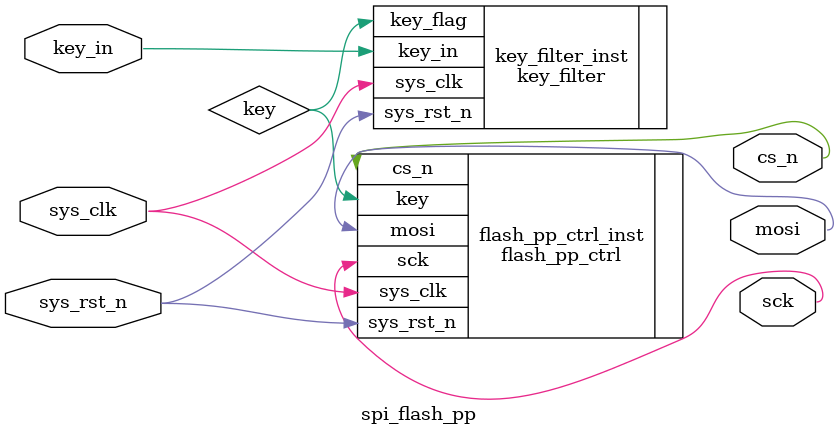
<source format=v>
module spi_flash_pp
(
input wire sys_clk , //系统时钟，频率50MHz
input wire sys_rst_n , //复位信号,低电平有效
input wire key_in , //按键输入信号

output wire cs_n , //片选信号
output wire sck , //串行时钟
output wire mosi //主输出从输入数据
 );

 ////
 //\* Parameter and Internal Signal \//
 ////
 //parameter define
 parameter CNT_MAX = 20'd999_999; //计数器计数最大值

 //wire define
 wire key ;

 ////
 //\* Instantiation \//
 ////
 //------------- key_filter_inst -------------
 key_filter
 #(
 .CNT_MAX (CNT_MAX ) //计数器计数最大值
 )
 key_filter_inst
 (
 .sys_clk (sys_clk ), //系统时钟，频率50MHz
 .sys_rst_n (sys_rst_n ), //复位信号,低电平有效
 .key_in (key_in ), //按键输入信号

 .key_flag (key ) //消抖后信号
 );

 //------------- flash_pp_ctrl_inst -------------
 flash_pp_ctrl flash_pp_ctrl_inst
 (
 .sys_clk (sys_clk ), //系统时钟，频率50MHz
 .sys_rst_n (sys_rst_n ), //复位信号,低电平有效
 .key (key ), //按键输入信号

 .sck (sck ), //片选信号
 .cs_n (cs_n ), //串行时钟
 .mosi (mosi ) //主输出从输入数据
 );

 endmodule
</source>
